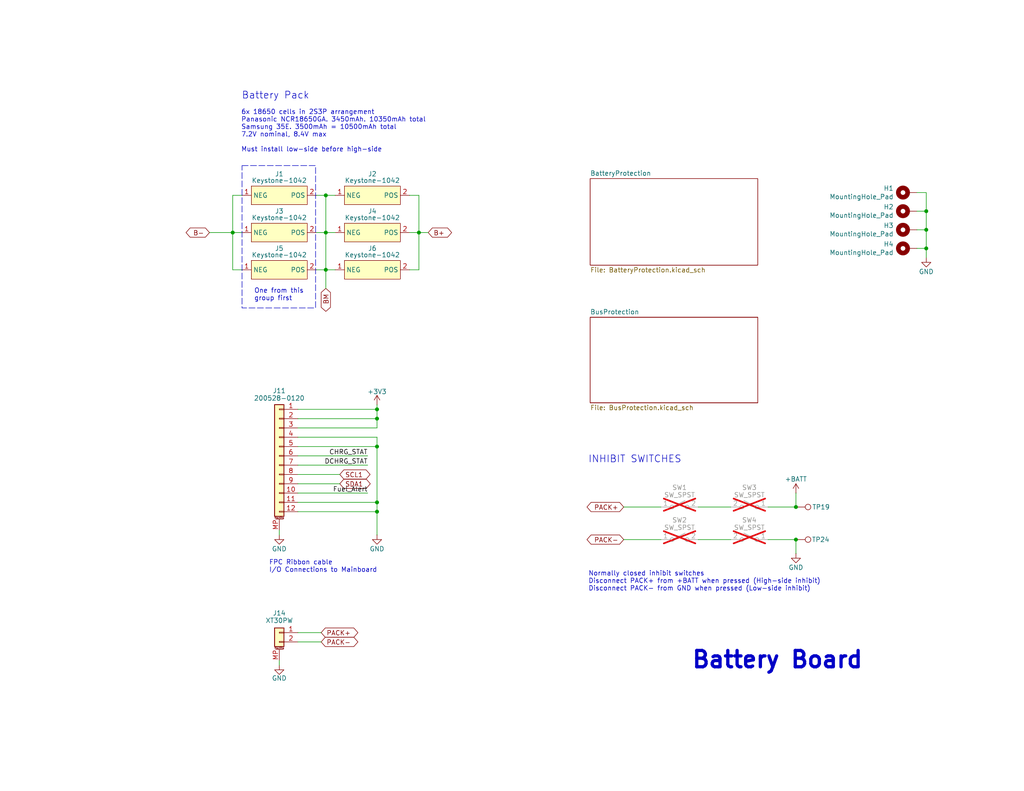
<source format=kicad_sch>
(kicad_sch (version 20231120) (generator "eeschema") (generator_version "8.0")
  (paper "USLetter")
  (title_block (title "Avionics-BatteryBoard") (date "2024-06-15") (rev "1.1") (company "Argus-1 Cubesat") (comment 1 "M. Holliday") (comment 2 "N. Khera"))
  (lib_symbols
    (symbol "BatteryBoard:Keystone-1042"
      (property "Reference" "J" (at -0.254 5.842 0))
      (property "Value" "Keystone-1042" (at 0 4.064 0))
      (symbol "Keystone-1042_1_1"
        (rectangle (start -7.62 2.54) (end 7.62 -2.54) (fill (type background)))
        (pin power_in line (at -10.16 0 0) (length 2.54) (name "NEG") (number "1"))
        (pin power_out line (at 10.16 0 180) (length 2.54) (name "POS") (number "2"))
      )
    )
    (symbol "Connector:TestPoint" (pin_numbers hide) (pin_names (offset 0.762) hide)
      (property "Reference" "TP" (at 0 6.858 0))
      (property "Value" "TestPoint" (at 0 5.08 0))
      (symbol "TestPoint_0_1"
        (circle (center 0 3.302) (radius 0.762))
      )
      (symbol "TestPoint_1_1"
        (pin passive line (at 0 0 90) (length 2.54) (name "1") (number "1"))
      )
    )
    (symbol "Connector_Generic_MountingPin:Conn_01x02_MountingPin" (pin_names (offset 1.016) hide)
      (property "Reference" "J" (at 0 2.54 0))
      (property "Value" "Conn_01x02_MountingPin" (at 1.27 -5.08 0))
      (symbol "Conn_01x02_MountingPin_1_1"
        (rectangle (start -1.27 -2.413) (end 0 -2.667) (stroke (width 0.1524)))
        (rectangle (start -1.27 0.127) (end 0 -0.127) (stroke (width 0.1524)))
        (rectangle (start -1.27 1.27) (end 1.27 -3.81) (stroke (width 0.254)) (fill (type background)))
        (polyline (pts (xy -1.016 -4.572) (xy 1.016 -4.572)) (stroke (width 0.1524)))
        (text "Mounting" (at 0 -4.191 0) (effects (font (size 0.381 0.381))))
        (pin passive line (at -5.08 0 0) (length 3.81) (name "Pin_1") (number "1"))
        (pin passive line (at -5.08 -2.54 0) (length 3.81) (name "Pin_2") (number "2"))
        (pin passive line (at 0 -7.62 90) (length 3.048) (name "MountPin") (number "MP"))
      )
    )
    (symbol "Connector_Generic_MountingPin:Conn_01x12_MountingPin" (pin_names (offset 1.016) hide)
      (property "Reference" "J" (at 0 15.24 0))
      (property "Value" "Conn_01x12_MountingPin" (at 1.27 -17.78 0))
      (symbol "Conn_01x12_MountingPin_1_1"
        (rectangle (start -1.27 -15.113) (end 0 -15.367) (stroke (width 0.1524)))
        (rectangle (start -1.27 -12.573) (end 0 -12.827) (stroke (width 0.1524)))
        (rectangle (start -1.27 -10.033) (end 0 -10.287) (stroke (width 0.1524)))
        (rectangle (start -1.27 -7.493) (end 0 -7.747) (stroke (width 0.1524)))
        (rectangle (start -1.27 -4.953) (end 0 -5.207) (stroke (width 0.1524)))
        (rectangle (start -1.27 -2.413) (end 0 -2.667) (stroke (width 0.1524)))
        (rectangle (start -1.27 0.127) (end 0 -0.127) (stroke (width 0.1524)))
        (rectangle (start -1.27 2.667) (end 0 2.413) (stroke (width 0.1524)))
        (rectangle (start -1.27 5.207) (end 0 4.953) (stroke (width 0.1524)))
        (rectangle (start -1.27 7.747) (end 0 7.493) (stroke (width 0.1524)))
        (rectangle (start -1.27 10.287) (end 0 10.033) (stroke (width 0.1524)))
        (rectangle (start -1.27 12.827) (end 0 12.573) (stroke (width 0.1524)))
        (rectangle (start -1.27 13.97) (end 1.27 -16.51) (stroke (width 0.254)) (fill (type background)))
        (polyline (pts (xy -1.016 -17.272) (xy 1.016 -17.272)) (stroke (width 0.1524)))
        (text "Mounting" (at 0 -16.891 0) (effects (font (size 0.381 0.381))))
        (pin passive line (at -5.08 12.7 0) (length 3.81) (name "Pin_1") (number "1"))
        (pin passive line (at -5.08 -10.16 0) (length 3.81) (name "Pin_10") (number "10"))
        (pin passive line (at -5.08 -12.7 0) (length 3.81) (name "Pin_11") (number "11"))
        (pin passive line (at -5.08 -15.24 0) (length 3.81) (name "Pin_12") (number "12"))
        (pin passive line (at -5.08 10.16 0) (length 3.81) (name "Pin_2") (number "2"))
        (pin passive line (at -5.08 7.62 0) (length 3.81) (name "Pin_3") (number "3"))
        (pin passive line (at -5.08 5.08 0) (length 3.81) (name "Pin_4") (number "4"))
        (pin passive line (at -5.08 2.54 0) (length 3.81) (name "Pin_5") (number "5"))
        (pin passive line (at -5.08 0 0) (length 3.81) (name "Pin_6") (number "6"))
        (pin passive line (at -5.08 -2.54 0) (length 3.81) (name "Pin_7") (number "7"))
        (pin passive line (at -5.08 -5.08 0) (length 3.81) (name "Pin_8") (number "8"))
        (pin passive line (at -5.08 -7.62 0) (length 3.81) (name "Pin_9") (number "9"))
        (pin passive line (at 0 -20.32 90) (length 3.048) (name "MountPin") (number "MP"))
      )
    )
    (symbol "Mechanical:MountingHole_Pad" (pin_numbers hide) (pin_names (offset 1.016) hide)
      (property "Reference" "H" (at 0 6.35 0))
      (property "Value" "MountingHole_Pad" (at 0 4.445 0))
      (symbol "MountingHole_Pad_0_1"
        (circle (center 0 1.27) (radius 1.27) (stroke (width 1.27)))
      )
      (symbol "MountingHole_Pad_1_1"
        (pin input line (at 0 -2.54 90) (length 2.54) (name "1") (number "1"))
      )
    )
    (symbol "Switch:SW_SPST" (pin_names (offset 0) hide)
      (property "Reference" "SW" (at 0 3.175 0))
      (property "Value" "SW_SPST" (at 0 -2.54 0))
      (symbol "SW_SPST_0_0"
        (circle (center -2.032 0) (radius 0.508))
        (polyline (pts (xy -1.524 0.254) (xy 1.524 1.778)))
        (circle (center 2.032 0) (radius 0.508))
      )
      (symbol "SW_SPST_1_1"
        (pin passive line (at -5.08 0 0) (length 2.54) (name "A") (number "1"))
        (pin passive line (at 5.08 0 180) (length 2.54) (name "B") (number "2"))
      )
    )
    (symbol "power:+3V3" (power) (pin_names (offset 0))
      (property "Value" "+3V3" (at 0 3.556 0))
      (symbol "+3V3_0_1"
        (polyline (pts (xy -0.762 1.27) (xy 0 2.54)))
        (polyline (pts (xy 0 0) (xy 0 2.54)))
        (polyline (pts (xy 0 2.54) (xy 0.762 1.27)))
      )
      (symbol "+3V3_1_1"
        (pin power_in line (at 0 0 90) (length 0) hide (name "+3V3") (number "1"))
      )
    )
    (symbol "power:+BATT" (power) (pin_numbers hide) (pin_names (offset 0) hide)
      (property "Value" "+BATT" (at 0 3.556 0))
      (symbol "+BATT_0_1"
        (polyline (pts (xy -0.762 1.27) (xy 0 2.54)))
        (polyline (pts (xy 0 0) (xy 0 2.54)))
        (polyline (pts (xy 0 2.54) (xy 0.762 1.27)))
      )
      (symbol "+BATT_1_1"
        (pin power_in line (at 0 0 90) (length 0) (name "~") (number "1"))
      )
    )
    (symbol "power:GND" (power) (pin_numbers hide) (pin_names (offset 0) hide)
      (property "Value" "GND" (at 0 -3.81 0))
      (symbol "GND_0_1"
        (polyline (pts (xy 0 0) (xy 0 -1.27) (xy 1.27 -1.27) (xy 0 -2.54) (xy -1.27 -1.27) (xy 0 -1.27)))
      )
      (symbol "GND_1_1"
        (pin power_in line (at 0 0 270) (length 0) (name "~") (number "1"))
      )
    )
  )
  (junction (at 88.9 63.5))
  (junction (at 252.73 57.658))
  (junction (at 88.9 53.34))
  (junction (at 88.9 73.66))
  (junction (at 102.87 137.16))
  (junction (at 102.87 139.7))
  (junction (at 102.87 111.76))
  (junction (at 63.5 63.5))
  (junction (at 252.73 67.818))
  (junction (at 252.73 62.738))
  (junction (at 102.87 114.3))
  (junction (at 217.17 147.32))
  (junction (at 114.3 63.5))
  (junction (at 102.87 121.92))
  (junction (at 217.17 138.43))
  (wire (pts (xy 250.19 57.658) (xy 252.73 57.658)))
  (wire (pts (xy 76.2 146.05) (xy 76.2 144.78)))
  (wire (pts (xy 102.87 137.16) (xy 102.87 139.7)))
  (wire (pts (xy 81.28 129.54) (xy 92.71 129.54)))
  (wire (pts (xy 250.19 52.578) (xy 252.73 52.578)))
  (wire (pts (xy 102.87 114.3) (xy 102.87 111.76)))
  (wire (pts (xy 102.87 116.84) (xy 102.87 114.3)))
  (wire (pts (xy 88.9 63.5) (xy 91.44 63.5)))
  (wire (pts (xy 102.87 121.92) (xy 102.87 137.16)))
  (wire (pts (xy 81.28 175.26) (xy 87.63 175.26)))
  (wire (pts (xy 81.28 139.7) (xy 102.87 139.7)))
  (wire (pts (xy 88.9 73.66) (xy 88.9 78.74)))
  (wire (pts (xy 63.5 63.5) (xy 66.04 63.5)))
  (wire (pts (xy 252.73 62.738) (xy 252.73 67.818)))
  (wire (pts (xy 63.5 73.66) (xy 66.04 73.66)))
  (wire (pts (xy 209.55 147.32) (xy 217.17 147.32)))
  (wire (pts (xy 81.28 132.08) (xy 92.71 132.08)))
  (wire (pts (xy 88.9 73.66) (xy 86.36 73.66)))
  (wire (pts (xy 81.28 111.76) (xy 102.87 111.76)))
  (wire (pts (xy 86.36 53.34) (xy 88.9 53.34)))
  (wire (pts (xy 81.28 119.38) (xy 102.87 119.38)))
  (wire (pts (xy 88.9 53.34) (xy 88.9 63.5)))
  (wire (pts (xy 250.19 67.818) (xy 252.73 67.818)))
  (wire (pts (xy 88.9 73.66) (xy 91.44 73.66)))
  (wire (pts (xy 81.28 121.92) (xy 102.87 121.92)))
  (wire (pts (xy 81.28 172.72) (xy 87.63 172.72)))
  (wire (pts (xy 111.76 53.34) (xy 114.3 53.34)))
  (wire (pts (xy 66.04 53.34) (xy 63.5 53.34)))
  (wire (pts (xy 170.18 147.32) (xy 180.34 147.32)))
  (wire (pts (xy 114.3 63.5) (xy 114.3 73.66)))
  (wire (pts (xy 190.5 147.32) (xy 199.39 147.32)))
  (wire (pts (xy 217.17 147.32) (xy 217.17 151.13)))
  (wire (pts (xy 102.87 139.7) (xy 102.87 146.05)))
  (wire (pts (xy 114.3 63.5) (xy 116.84 63.5)))
  (wire (pts (xy 81.28 114.3) (xy 102.87 114.3)))
  (wire (pts (xy 170.18 138.43) (xy 180.34 138.43)))
  (wire (pts (xy 63.5 53.34) (xy 63.5 63.5)))
  (wire (pts (xy 81.28 127) (xy 100.33 127)))
  (wire (pts (xy 190.5 138.43) (xy 199.39 138.43)))
  (wire (pts (xy 86.36 63.5) (xy 88.9 63.5)))
  (wire (pts (xy 57.15 63.5) (xy 63.5 63.5)))
  (wire (pts (xy 217.17 134.62) (xy 217.17 138.43)))
  (wire (pts (xy 81.28 134.62) (xy 100.33 134.62)))
  (wire (pts (xy 252.73 52.578) (xy 252.73 57.658)))
  (wire (pts (xy 114.3 53.34) (xy 114.3 63.5)))
  (wire (pts (xy 76.2 180.34) (xy 76.2 181.61)))
  (wire (pts (xy 114.3 73.66) (xy 111.76 73.66)))
  (wire (pts (xy 81.28 116.84) (xy 102.87 116.84)))
  (wire (pts (xy 252.73 67.818) (xy 252.73 70.358)))
  (wire (pts (xy 102.87 110.49) (xy 102.87 111.76)))
  (wire (pts (xy 63.5 63.5) (xy 63.5 73.66)))
  (wire (pts (xy 111.76 63.5) (xy 114.3 63.5)))
  (wire (pts (xy 102.87 119.38) (xy 102.87 121.92)))
  (wire (pts (xy 88.9 53.34) (xy 91.44 53.34)))
  (wire (pts (xy 209.55 138.43) (xy 217.17 138.43)))
  (wire (pts (xy 81.28 124.46) (xy 100.33 124.46)))
  (wire (pts (xy 252.73 57.658) (xy 252.73 62.738)))
  (wire (pts (xy 81.28 137.16) (xy 102.87 137.16)))
  (wire (pts (xy 88.9 63.5) (xy 88.9 73.66)))
  (wire (pts (xy 250.19 62.738) (xy 252.73 62.738)))
  (rectangle (start 66.04 45.212) (end 86.106 84.074) (stroke (width 0) (type dash)))
  (text "Battery Pack" (at 75.184 26.162 0) (effects (font (size 1.905 1.905))))
  (text "Battery Board" (at 188.468 182.88 0) (effects (font (size 4.445 4.445) (thickness 0.889) (bold yes)) (justify left bottom)))
  (text "Normally closed inhibit switches\nDisconnect PACK+ from +BATT when pressed (High-side inhibit)\nDisconnect PACK- from GND when pressed (Low-side inhibit)" (at 160.528 158.75 0) (effects (font (size 1.27 1.27)) (justify left)))
  (text "Must install low-side before high-side" (at 65.786 41.656 0) (effects (font (size 1.27 1.27)) (justify left bottom)))
  (text "INHIBIT SWITCHES" (at 173.228 125.476 0) (effects (font (size 1.905 1.905))))
  (text "FPC Ribbon cable\nI/O Connections to Mainboard" (at 73.406 154.686 0) (effects (font (size 1.27 1.27)) (justify left)))
  (text "6x 18650 cells in 2S3P arrangement\nPanasonic NCR18650GA. 3450mAh. 10350mAh total\nSamsung 35E. 3500mAh = 10500mAh total\n7.2V nominal, 8.4V max" (at 65.786 33.782 0) (effects (font (size 1.27 1.27)) (justify left)))
  (text "One from this \ngroup first" (at 69.342 82.296 0) (effects (font (size 1.27 1.27)) (justify left bottom)))
  (label "DCHRG_STAT" (at 100.33 127 180))
  (label "CHRG_STAT" (at 100.33 124.46 180))
  (label "Fuel_Alert" (at 100.33 134.62 180))
  (global_label "PACK+" (shape bidirectional) (at 170.18 138.43 180) (property "Intersheetrefs" "${INTERSHEET_REFS}" (effects (hide yes))))
  (global_label "PACK-" (shape bidirectional) (at 170.18 147.32 180) (property "Intersheetrefs" "${INTERSHEET_REFS}" (effects (hide yes))))
  (global_label "SDA1" (shape bidirectional) (at 92.71 132.08 0) (property "Intersheetrefs" "${INTERSHEET_REFS}" (effects (hide yes))))
  (global_label "B-" (shape bidirectional) (at 57.15 63.5 180) (property "Intersheetrefs" "${INTERSHEET_REFS}" (effects (hide yes))))
  (global_label "PACK+" (shape bidirectional) (at 87.63 172.72 0) (property "Intersheetrefs" "${INTERSHEET_REFS}" (effects (hide yes))))
  (global_label "BM" (shape bidirectional) (at 88.9 78.74 270) (property "Intersheetrefs" "${INTERSHEET_REFS}" (effects (hide yes))))
  (global_label "SCL1" (shape bidirectional) (at 92.71 129.54 0) (property "Intersheetrefs" "${INTERSHEET_REFS}" (effects (hide yes))))
  (global_label "B+" (shape bidirectional) (at 116.84 63.5 0) (property "Intersheetrefs" "${INTERSHEET_REFS}" (effects (hide yes))))
  (global_label "PACK-" (shape bidirectional) (at 87.63 175.26 0) (property "Intersheetrefs" "${INTERSHEET_REFS}" (effects (hide yes))))
  (symbol (lib_id "Mechanical:MountingHole_Pad") (at 247.65 52.578 90) (mirror x) (unit 1)
    (property "Reference" "H1" (at 243.84 51.4096 90) (effects (justify left)))
    (property "Value" "MountingHole_Pad" (at 243.84 53.721 90) (effects (justify left)))
    (property "Footprint" "BatteryBoard:MountingHole" (effects (hide yes)))
    (property "DNP" "DNP" (effects (hide yes)))
  )
  (symbol (lib_id "Mechanical:MountingHole_Pad") (at 247.65 57.658 90) (mirror x) (unit 1)
    (property "Reference" "H2" (at 243.84 56.4896 90) (effects (justify left)))
    (property "Value" "MountingHole_Pad" (at 243.84 58.801 90) (effects (justify left)))
    (property "Footprint" "BatteryBoard:MountingHole" (effects (hide yes)))
    (property "DNP" "DNP" (effects (hide yes)))
  )
  (symbol (lib_id "Mechanical:MountingHole_Pad") (at 247.65 62.738 90) (mirror x) (unit 1)
    (property "Reference" "H3" (at 243.84 61.5696 90) (effects (justify left)))
    (property "Value" "MountingHole_Pad" (at 243.84 63.881 90) (effects (justify left)))
    (property "Footprint" "BatteryBoard:MountingHole" (effects (hide yes)))
    (property "DNP" "DNP" (effects (hide yes)))
  )
  (symbol (lib_id "Mechanical:MountingHole_Pad") (at 247.65 67.818 90) (mirror x) (unit 1)
    (property "Reference" "H4" (at 243.84 66.6496 90) (effects (justify left)))
    (property "Value" "MountingHole_Pad" (at 243.84 68.961 90) (effects (justify left)))
    (property "Footprint" "BatteryBoard:MountingHole" (effects (hide yes)))
    (property "DNP" "DNP" (effects (hide yes)))
  )
  (symbol (lib_id "BatteryBoard:Keystone-1042") (at 101.6 53.34 0) (unit 1)
    (property "Reference" "J2" (at 101.6 47.498 0))
    (property "Value" "Keystone-1042" (at 101.6 49.276 0))
    (property "Footprint" "BatteryBoard:Keystone_1042" (effects (hide yes)))
    (property "Datasheet" "http://www.mouser.com/ds/2/215/042-744829.pdf" (effects (hide yes)))
    (property "Manufacturer_Name" "Keystone Electronics" (effects (hide yes)))
    (property "Manufacturer_Part_Number" "1042" (effects (hide yes)))
    (property "Mouser Part Number" "534-1042" (effects (hide yes)))
    (property "Mouser Price/Stock" "https://www.mouser.co.uk/ProductDetail/Keystone-Electronics/1042?qs=%2F7TOpeL5Mz4qPdWi9tuLKw%3D%3D" (effects (hide yes)))
    (property "Arrow Part Number" "1042" (effects (hide yes)))
    (property "Arrow Price/Stock" "https://www.arrow.com/en/products/1042/keystone-electronics?region=europe" (effects (hide yes)))
  )
  (symbol (lib_id "Connector_Generic_MountingPin:Conn_01x12_MountingPin") (at 76.2 124.46 0) (mirror y) (unit 1)
    (property "Reference" "J11" (at 76.2 106.68 0))
    (property "Value" "200528-0120" (at 76.2 108.712 0))
    (property "Footprint" "Connector_FFC-FPC:Molex_200528-0120_1x12-1MP_P1.00mm_Horizontal" (effects (hide yes)))
    (property "Description" "Generic connectable mounting pin connector, single row, 01x12, script generated (kicad-library-utils/schlib/autogen/connector/)" (effects (hide yes)))
  )
  (symbol (lib_id "power:GND") (at 217.17 151.13 0) (unit 1)
    (property "Reference" "#PWR011" (effects (hide yes)))
    (property "Value" "GND" (at 217.17 154.94 0))
    (property "Description" "Power symbol creates a global label with name \"GND\" , ground" (effects (hide yes)))
  )
  (symbol (lib_id "power:GND") (at 252.73 70.358 0) (unit 1)
    (property "Reference" "#PWR01" (effects (hide yes)))
    (property "Value" "GND" (at 252.73 74.168 0))
    (property "Description" "Power symbol creates a global label with name \"GND\" , ground" (effects (hide yes)))
  )
  (symbol (lib_id "power:GND") (at 102.87 146.05 0) (unit 1)
    (property "Reference" "#PWR09" (effects (hide yes)))
    (property "Value" "GND" (at 102.87 149.86 0))
    (property "Description" "Power symbol creates a global label with name \"GND\" , ground" (effects (hide yes)))
  )
  (symbol (lib_id "Switch:SW_SPST") (at 185.42 147.32 0) (unit 1) (dnp yes)
    (property "Reference" "SW2" (at 185.42 141.986 0))
    (property "Value" "SW_SPST" (at 185.42 144.018 0))
    (property "Description" "Single Pole Single Throw (SPST) switch" (effects (hide yes)))
  )
  (symbol (lib_id "power:+3V3") (at 102.87 110.49 0) (unit 1)
    (property "Reference" "#PWR030" (effects (hide yes)))
    (property "Value" "+3V3" (at 102.87 106.934 0))
  )
  (symbol (lib_id "Switch:SW_SPST") (at 185.42 138.43 0) (unit 1) (dnp yes)
    (property "Reference" "SW1" (at 185.42 133.096 0))
    (property "Value" "SW_SPST" (at 185.42 135.128 0))
    (property "Description" "Single Pole Single Throw (SPST) switch" (effects (hide yes)))
  )
  (symbol (lib_id "Switch:SW_SPST") (at 204.47 138.43 0) (mirror y) (unit 1) (dnp yes)
    (property "Reference" "SW3" (at 204.47 133.096 0))
    (property "Value" "SW_SPST" (at 204.47 135.128 0))
    (property "Description" "Single Pole Single Throw (SPST) switch" (effects (hide yes)))
  )
  (symbol (lib_id "BatteryBoard:Keystone-1042") (at 76.2 53.34 0) (unit 1)
    (property "Reference" "J1" (at 76.2 47.498 0))
    (property "Value" "Keystone-1042" (at 76.2 49.276 0))
    (property "Footprint" "BatteryBoard:Keystone_1042" (effects (hide yes)))
    (property "Datasheet" "http://www.mouser.com/ds/2/215/042-744829.pdf" (effects (hide yes)))
    (property "Manufacturer_Name" "Keystone Electronics" (effects (hide yes)))
    (property "Manufacturer_Part_Number" "1042" (effects (hide yes)))
    (property "Mouser Part Number" "534-1042" (effects (hide yes)))
    (property "Mouser Price/Stock" "https://www.mouser.co.uk/ProductDetail/Keystone-Electronics/1042?qs=%2F7TOpeL5Mz4qPdWi9tuLKw%3D%3D" (effects (hide yes)))
    (property "Arrow Part Number" "1042" (effects (hide yes)))
    (property "Arrow Price/Stock" "https://www.arrow.com/en/products/1042/keystone-electronics?region=europe" (effects (hide yes)))
  )
  (symbol (lib_id "BatteryBoard:Keystone-1042") (at 101.6 63.5 0) (unit 1)
    (property "Reference" "J4" (at 101.6 57.658 0))
    (property "Value" "Keystone-1042" (at 101.6 59.436 0))
    (property "Footprint" "BatteryBoard:Keystone_1042" (effects (hide yes)))
    (property "Datasheet" "http://www.mouser.com/ds/2/215/042-744829.pdf" (effects (hide yes)))
    (property "Manufacturer_Name" "Keystone Electronics" (effects (hide yes)))
    (property "Manufacturer_Part_Number" "1042" (effects (hide yes)))
    (property "Mouser Part Number" "534-1042" (effects (hide yes)))
    (property "Mouser Price/Stock" "https://www.mouser.co.uk/ProductDetail/Keystone-Electronics/1042?qs=%2F7TOpeL5Mz4qPdWi9tuLKw%3D%3D" (effects (hide yes)))
    (property "Arrow Part Number" "1042" (effects (hide yes)))
    (property "Arrow Price/Stock" "https://www.arrow.com/en/products/1042/keystone-electronics?region=europe" (effects (hide yes)))
  )
  (symbol (lib_id "BatteryBoard:Keystone-1042") (at 76.2 63.5 0) (unit 1)
    (property "Reference" "J3" (at 76.2 57.658 0))
    (property "Value" "Keystone-1042" (at 76.2 59.436 0))
    (property "Footprint" "BatteryBoard:Keystone_1042" (effects (hide yes)))
    (property "Datasheet" "http://www.mouser.com/ds/2/215/042-744829.pdf" (effects (hide yes)))
    (property "Manufacturer_Name" "Keystone Electronics" (effects (hide yes)))
    (property "Manufacturer_Part_Number" "1042" (effects (hide yes)))
    (property "Mouser Part Number" "534-1042" (effects (hide yes)))
    (property "Mouser Price/Stock" "https://www.mouser.co.uk/ProductDetail/Keystone-Electronics/1042?qs=%2F7TOpeL5Mz4qPdWi9tuLKw%3D%3D" (effects (hide yes)))
    (property "Arrow Part Number" "1042" (effects (hide yes)))
    (property "Arrow Price/Stock" "https://www.arrow.com/en/products/1042/keystone-electronics?region=europe" (effects (hide yes)))
  )
  (symbol (lib_id "Connector:TestPoint") (at 217.17 147.32 270) (mirror x) (unit 1)
    (property "Reference" "TP24" (at 221.488 147.32 90) (effects (justify left)))
    (property "Value" "TestPoint" (effects (hide yes)))
    (property "Footprint" "TestPoint:TestPoint_Loop_D1.80mm_Drill1.0mm_Beaded" (effects (hide yes)))
    (property "DNP" "DNP" (effects (hide yes)))
  )
  (symbol (lib_id "power:GND") (at 76.2 146.05 0) (unit 1)
    (property "Reference" "#PWR016" (effects (hide yes)))
    (property "Value" "GND" (at 76.2 149.86 0))
    (property "Description" "Power symbol creates a global label with name \"GND\" , ground" (effects (hide yes)))
  )
  (symbol (lib_id "power:+BATT") (at 217.17 134.62 0) (unit 1)
    (property "Reference" "#PWR010" (effects (hide yes)))
    (property "Value" "+BATT" (at 217.17 130.81 0))
    (property "Description" "Power symbol creates a global label with name \"+BATT\"" (effects (hide yes)))
  )
  (symbol (lib_id "power:GND") (at 76.2 181.61 0) (unit 1)
    (property "Reference" "#PWR012" (effects (hide yes)))
    (property "Value" "GND" (at 76.2 185.166 0))
    (property "Description" "Power symbol creates a global label with name \"GND\" , ground" (effects (hide yes)))
  )
  (symbol (lib_id "BatteryBoard:Keystone-1042") (at 101.6 73.66 0) (unit 1)
    (property "Reference" "J6" (at 101.6 67.818 0))
    (property "Value" "Keystone-1042" (at 101.6 69.596 0))
    (property "Footprint" "BatteryBoard:Keystone_1042" (effects (hide yes)))
    (property "Datasheet" "http://www.mouser.com/ds/2/215/042-744829.pdf" (effects (hide yes)))
    (property "Manufacturer_Name" "Keystone Electronics" (effects (hide yes)))
    (property "Manufacturer_Part_Number" "1042" (effects (hide yes)))
    (property "Mouser Part Number" "534-1042" (effects (hide yes)))
    (property "Mouser Price/Stock" "https://www.mouser.co.uk/ProductDetail/Keystone-Electronics/1042?qs=%2F7TOpeL5Mz4qPdWi9tuLKw%3D%3D" (effects (hide yes)))
    (property "Arrow Part Number" "1042" (effects (hide yes)))
    (property "Arrow Price/Stock" "https://www.arrow.com/en/products/1042/keystone-electronics?region=europe" (effects (hide yes)))
  )
  (symbol (lib_id "Switch:SW_SPST") (at 204.47 147.32 0) (mirror y) (unit 1) (dnp yes)
    (property "Reference" "SW4" (at 204.47 141.986 0))
    (property "Value" "SW_SPST" (at 204.47 144.018 0))
    (property "Description" "Single Pole Single Throw (SPST) switch" (effects (hide yes)))
  )
  (symbol (lib_id "BatteryBoard:Keystone-1042") (at 76.2 73.66 0) (mirror x) (unit 1)
    (property "Reference" "J5" (at 76.2 67.818 0))
    (property "Value" "Keystone-1042" (at 76.2 69.596 0))
    (property "Footprint" "BatteryBoard:Keystone_1042" (effects (hide yes)))
    (property "Datasheet" "http://www.mouser.com/ds/2/215/042-744829.pdf" (effects (hide yes)))
    (property "Manufacturer_Name" "Keystone Electronics" (effects (hide yes)))
    (property "Manufacturer_Part_Number" "1042" (effects (hide yes)))
    (property "Mouser Part Number" "534-1042" (effects (hide yes)))
    (property "Mouser Price/Stock" "https://www.mouser.co.uk/ProductDetail/Keystone-Electronics/1042?qs=%2F7TOpeL5Mz4qPdWi9tuLKw%3D%3D" (effects (hide yes)))
    (property "Arrow Part Number" "1042" (effects (hide yes)))
    (property "Arrow Price/Stock" "https://www.arrow.com/en/products/1042/keystone-electronics?region=europe" (effects (hide yes)))
  )
  (symbol (lib_id "Connector:TestPoint") (at 217.17 138.43 270) (mirror x) (unit 1)
    (property "Reference" "TP19" (at 224.028 138.43 90))
    (property "Value" "TestPoint" (effects (hide yes)))
    (property "Footprint" "TestPoint:TestPoint_Loop_D1.80mm_Drill1.0mm_Beaded" (effects (hide yes)))
    (property "DNP" "DNP" (effects (hide yes)))
  )
  (symbol (lib_id "Connector_Generic_MountingPin:Conn_01x02_MountingPin") (at 76.2 172.72 0) (mirror y) (unit 1)
    (property "Reference" "J14" (at 76.2 167.386 0))
    (property "Value" "XT30PW" (at 76.2 169.418 0))
    (property "Footprint" "BatteryBoard:AMASS_XT30PW-M" (effects (hide yes)))
    (property "Description" "Generic connectable mounting pin connector, single row, 01x02, script generated (kicad-library-utils/schlib/autogen/connector/)" (effects (hide yes)))
  )
  (sheet (at 161.036 86.614) (size 45.72 23.368) (stroke (width 0.1524))
    (property "Sheetname" "BusProtection" (at 161.036 85.9024 0) (effects (justify left bottom)))
    (property "Sheetfile" "BusProtection.kicad_sch" (at 161.036 110.5666 0) (effects (justify left top)))
  )
  (sheet (at 161.036 48.768) (size 45.72 23.622) (stroke (width 0.1524))
    (property "Sheetname" "BatteryProtection" (at 161.036 48.0564 0) (effects (justify left bottom)))
    (property "Sheetfile" "BatteryProtection.kicad_sch" (at 161.036 72.9746 0) (effects (justify left top)))
  )
)
</source>
